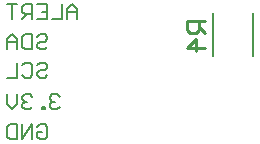
<source format=gbr>
%TF.GenerationSoftware,Altium Limited,Altium Designer,23.10.1 (27)*%
G04 Layer_Color=32896*
%FSLAX45Y45*%
%MOMM*%
%TF.SameCoordinates,AAB5F705-4A64-4C07-BC12-B6E9AAE413D5*%
%TF.FilePolarity,Positive*%
%TF.FileFunction,Legend,Bot*%
%TF.Part,Single*%
G01*
G75*
%TA.AperFunction,NonConductor*%
%ADD22C,0.20000*%
%ADD23C,0.25400*%
D22*
X15331300Y4364100D02*
Y4729100D01*
X14996300Y4364100D02*
Y4729100D01*
X13507318Y3763420D02*
X13528477Y3784579D01*
X13570798D01*
X13591957Y3763420D01*
Y3678780D01*
X13570798Y3657621D01*
X13528477D01*
X13507318Y3678780D01*
Y3721100D01*
X13549637D01*
X13464998Y3657621D02*
Y3784579D01*
X13380359Y3657621D01*
Y3784579D01*
X13338039D02*
Y3657621D01*
X13274561D01*
X13253400Y3678780D01*
Y3763420D01*
X13274561Y3784579D01*
X13338039D01*
X13697755Y4017420D02*
X13676596Y4038579D01*
X13634277D01*
X13613116Y4017420D01*
Y3996260D01*
X13634277Y3975100D01*
X13655437D01*
X13634277D01*
X13613116Y3953940D01*
Y3932780D01*
X13634277Y3911621D01*
X13676596D01*
X13697755Y3932780D01*
X13570798Y3911621D02*
Y3932780D01*
X13549638D01*
Y3911621D01*
X13570798D01*
X13464998Y4017420D02*
X13443839Y4038579D01*
X13401518D01*
X13380359Y4017420D01*
Y3996260D01*
X13401518Y3975100D01*
X13422679D01*
X13401518D01*
X13380359Y3953940D01*
Y3932780D01*
X13401518Y3911621D01*
X13443839D01*
X13464998Y3932780D01*
X13338039Y4038579D02*
Y3953940D01*
X13295720Y3911621D01*
X13253400Y3953940D01*
Y4038579D01*
X13507318Y4284120D02*
X13528477Y4305279D01*
X13570798D01*
X13591957Y4284120D01*
Y4262960D01*
X13570798Y4241800D01*
X13528477D01*
X13507318Y4220640D01*
Y4199480D01*
X13528477Y4178321D01*
X13570798D01*
X13591957Y4199480D01*
X13380359Y4284120D02*
X13401518Y4305279D01*
X13443839D01*
X13464998Y4284120D01*
Y4199480D01*
X13443839Y4178321D01*
X13401518D01*
X13380359Y4199480D01*
X13338039Y4305279D02*
Y4178321D01*
X13253400D01*
X13507318Y4525420D02*
X13528477Y4546579D01*
X13570798D01*
X13591957Y4525420D01*
Y4504260D01*
X13570798Y4483100D01*
X13528477D01*
X13507318Y4461940D01*
Y4440780D01*
X13528477Y4419621D01*
X13570798D01*
X13591957Y4440780D01*
X13464998Y4546579D02*
Y4419621D01*
X13401518D01*
X13380359Y4440780D01*
Y4525420D01*
X13401518Y4546579D01*
X13464998D01*
X13338039Y4419621D02*
Y4504260D01*
X13295720Y4546579D01*
X13253400Y4504260D01*
Y4419621D01*
Y4483100D01*
X13338039D01*
X13845876Y4673621D02*
Y4758260D01*
X13803555Y4800579D01*
X13761235Y4758260D01*
Y4673621D01*
Y4737100D01*
X13845876D01*
X13718916Y4800579D02*
Y4673621D01*
X13634277D01*
X13507318Y4800579D02*
X13591957D01*
Y4673621D01*
X13507318D01*
X13591957Y4737100D02*
X13549637D01*
X13464998Y4673621D02*
Y4800579D01*
X13401518D01*
X13380359Y4779420D01*
Y4737100D01*
X13401518Y4715940D01*
X13464998D01*
X13422679D02*
X13380359Y4673621D01*
X13338039Y4800579D02*
X13253400D01*
X13295720D01*
Y4673621D01*
D23*
X14922475Y4660859D02*
X14770125D01*
Y4584683D01*
X14795517Y4559292D01*
X14846300D01*
X14871692Y4584683D01*
Y4660859D01*
Y4610075D02*
X14922475Y4559292D01*
Y4432333D02*
X14770125D01*
X14846300Y4508508D01*
Y4406941D01*
%TF.MD5,6e2a3c52609828fcc2492d6d1bc74384*%
M02*

</source>
